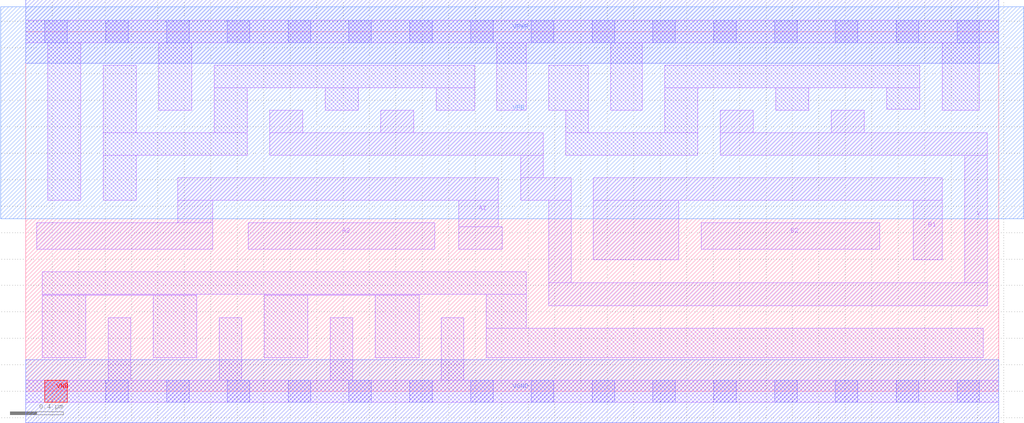
<source format=lef>
# Copyright 2020 The SkyWater PDK Authors
#
# Licensed under the Apache License, Version 2.0 (the "License");
# you may not use this file except in compliance with the License.
# You may obtain a copy of the License at
#
#     https://www.apache.org/licenses/LICENSE-2.0
#
# Unless required by applicable law or agreed to in writing, software
# distributed under the License is distributed on an "AS IS" BASIS,
# WITHOUT WARRANTIES OR CONDITIONS OF ANY KIND, either express or implied.
# See the License for the specific language governing permissions and
# limitations under the License.
#
# SPDX-License-Identifier: Apache-2.0

VERSION 5.7 ;
  NOWIREEXTENSIONATPIN ON ;
  DIVIDERCHAR "/" ;
  BUSBITCHARS "[]" ;
MACRO sky130_fd_sc_hd__o22ai_4
  CLASS CORE ;
  FOREIGN sky130_fd_sc_hd__o22ai_4 ;
  ORIGIN  0.000000  0.000000 ;
  SIZE  7.360000 BY  2.720000 ;
  SYMMETRY X Y R90 ;
  SITE unithd ;
  PIN A1
    ANTENNAGATEAREA  0.990000 ;
    DIRECTION INPUT ;
    USE SIGNAL ;
    PORT
      LAYER li1 ;
        RECT 0.085000 1.075000 1.415000 1.275000 ;
        RECT 1.150000 1.275000 1.415000 1.445000 ;
        RECT 1.150000 1.445000 3.575000 1.615000 ;
        RECT 3.275000 1.075000 3.605000 1.245000 ;
        RECT 3.275000 1.245000 3.575000 1.445000 ;
    END
  END A1
  PIN A2
    ANTENNAGATEAREA  0.990000 ;
    DIRECTION INPUT ;
    USE SIGNAL ;
    PORT
      LAYER li1 ;
        RECT 1.685000 1.075000 3.095000 1.275000 ;
    END
  END A2
  PIN B1
    ANTENNAGATEAREA  0.990000 ;
    DIRECTION INPUT ;
    USE SIGNAL ;
    PORT
      LAYER li1 ;
        RECT 4.295000 0.995000 4.940000 1.445000 ;
        RECT 4.295000 1.445000 6.935000 1.615000 ;
        RECT 6.715000 0.995000 6.935000 1.445000 ;
    END
  END B1
  PIN B2
    ANTENNAGATEAREA  0.990000 ;
    DIRECTION INPUT ;
    USE SIGNAL ;
    PORT
      LAYER li1 ;
        RECT 5.110000 1.075000 6.460000 1.275000 ;
    END
  END B2
  PIN VNB
    PORT
      LAYER pwell ;
        RECT 0.145000 -0.085000 0.315000 0.085000 ;
    END
  END VNB
  PIN VPB
    PORT
      LAYER nwell ;
        RECT -0.190000 1.305000 7.550000 2.910000 ;
    END
  END VPB
  PIN Y
    ANTENNADIFFAREA  1.782000 ;
    DIRECTION OUTPUT ;
    USE SIGNAL ;
    PORT
      LAYER li1 ;
        RECT 1.845000 1.785000 3.915000 1.955000 ;
        RECT 1.845000 1.955000 2.095000 2.125000 ;
        RECT 2.685000 1.955000 2.935000 2.125000 ;
        RECT 3.745000 1.445000 4.125000 1.615000 ;
        RECT 3.745000 1.615000 3.915000 1.785000 ;
        RECT 3.955000 0.645000 7.275000 0.820000 ;
        RECT 3.955000 0.820000 4.125000 1.445000 ;
        RECT 5.255000 1.785000 7.275000 1.955000 ;
        RECT 5.255000 1.955000 5.505000 2.125000 ;
        RECT 6.095000 1.955000 6.345000 2.125000 ;
        RECT 7.105000 0.820000 7.275000 1.785000 ;
    END
  END Y
  PIN VGND
    DIRECTION INOUT ;
    SHAPE ABUTMENT ;
    USE GROUND ;
    PORT
      LAYER met1 ;
        RECT 0.000000 -0.240000 7.360000 0.240000 ;
    END
  END VGND
  PIN VPWR
    DIRECTION INOUT ;
    SHAPE ABUTMENT ;
    USE POWER ;
    PORT
      LAYER met1 ;
        RECT 0.000000 2.480000 7.360000 2.960000 ;
    END
  END VPWR
  OBS
    LAYER li1 ;
      RECT 0.000000 -0.085000 7.360000 0.085000 ;
      RECT 0.000000  2.635000 7.360000 2.805000 ;
      RECT 0.125000  0.255000 0.455000 0.725000 ;
      RECT 0.125000  0.725000 1.295000 0.735000 ;
      RECT 0.125000  0.735000 3.785000 0.905000 ;
      RECT 0.165000  1.445000 0.415000 2.635000 ;
      RECT 0.585000  1.445000 0.835000 1.785000 ;
      RECT 0.585000  1.785000 1.675000 1.955000 ;
      RECT 0.585000  1.955000 0.835000 2.465000 ;
      RECT 0.625000  0.085000 0.795000 0.555000 ;
      RECT 0.965000  0.255000 1.295000 0.725000 ;
      RECT 1.005000  2.125000 1.255000 2.635000 ;
      RECT 1.425000  1.955000 1.675000 2.295000 ;
      RECT 1.425000  2.295000 3.395000 2.465000 ;
      RECT 1.465000  0.085000 1.635000 0.555000 ;
      RECT 1.805000  0.255000 2.135000 0.725000 ;
      RECT 1.805000  0.725000 2.975000 0.735000 ;
      RECT 2.265000  2.125000 2.515000 2.295000 ;
      RECT 2.305000  0.085000 2.475000 0.555000 ;
      RECT 2.645000  0.255000 2.975000 0.725000 ;
      RECT 3.105000  2.125000 3.395000 2.295000 ;
      RECT 3.145000  0.085000 3.315000 0.555000 ;
      RECT 3.485000  0.255000 7.245000 0.475000 ;
      RECT 3.485000  0.475000 3.785000 0.735000 ;
      RECT 3.565000  2.125000 3.785000 2.635000 ;
      RECT 3.955000  2.125000 4.255000 2.465000 ;
      RECT 4.085000  1.785000 5.085000 1.955000 ;
      RECT 4.085000  1.955000 4.255000 2.125000 ;
      RECT 4.425000  2.125000 4.665000 2.635000 ;
      RECT 4.835000  1.955000 5.085000 2.295000 ;
      RECT 4.835000  2.295000 6.765000 2.465000 ;
      RECT 5.675000  2.125000 5.925000 2.295000 ;
      RECT 6.515000  2.135000 6.765000 2.295000 ;
      RECT 6.935000  2.125000 7.215000 2.635000 ;
    LAYER mcon ;
      RECT 0.145000 -0.085000 0.315000 0.085000 ;
      RECT 0.145000  2.635000 0.315000 2.805000 ;
      RECT 0.605000 -0.085000 0.775000 0.085000 ;
      RECT 0.605000  2.635000 0.775000 2.805000 ;
      RECT 1.065000 -0.085000 1.235000 0.085000 ;
      RECT 1.065000  2.635000 1.235000 2.805000 ;
      RECT 1.525000 -0.085000 1.695000 0.085000 ;
      RECT 1.525000  2.635000 1.695000 2.805000 ;
      RECT 1.985000 -0.085000 2.155000 0.085000 ;
      RECT 1.985000  2.635000 2.155000 2.805000 ;
      RECT 2.445000 -0.085000 2.615000 0.085000 ;
      RECT 2.445000  2.635000 2.615000 2.805000 ;
      RECT 2.905000 -0.085000 3.075000 0.085000 ;
      RECT 2.905000  2.635000 3.075000 2.805000 ;
      RECT 3.365000 -0.085000 3.535000 0.085000 ;
      RECT 3.365000  2.635000 3.535000 2.805000 ;
      RECT 3.825000 -0.085000 3.995000 0.085000 ;
      RECT 3.825000  2.635000 3.995000 2.805000 ;
      RECT 4.285000 -0.085000 4.455000 0.085000 ;
      RECT 4.285000  2.635000 4.455000 2.805000 ;
      RECT 4.745000 -0.085000 4.915000 0.085000 ;
      RECT 4.745000  2.635000 4.915000 2.805000 ;
      RECT 5.205000 -0.085000 5.375000 0.085000 ;
      RECT 5.205000  2.635000 5.375000 2.805000 ;
      RECT 5.665000 -0.085000 5.835000 0.085000 ;
      RECT 5.665000  2.635000 5.835000 2.805000 ;
      RECT 6.125000 -0.085000 6.295000 0.085000 ;
      RECT 6.125000  2.635000 6.295000 2.805000 ;
      RECT 6.585000 -0.085000 6.755000 0.085000 ;
      RECT 6.585000  2.635000 6.755000 2.805000 ;
      RECT 7.045000 -0.085000 7.215000 0.085000 ;
      RECT 7.045000  2.635000 7.215000 2.805000 ;
  END
END sky130_fd_sc_hd__o22ai_4
END LIBRARY

</source>
